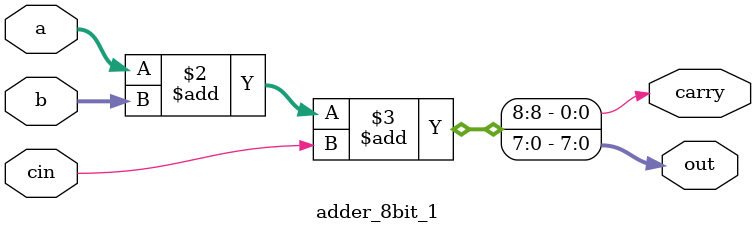
<source format=v>
module adder_8bit_1(a,b,cin,out,carry);
input     [7:0]  a,   b;
input            cin;
output    [7:0]  out;
output           carry;
reg        [7:0]  out;
reg               carry;    
always@(a or b or cin)
 {carry,out}=a+b+cin;

endmodule

</source>
